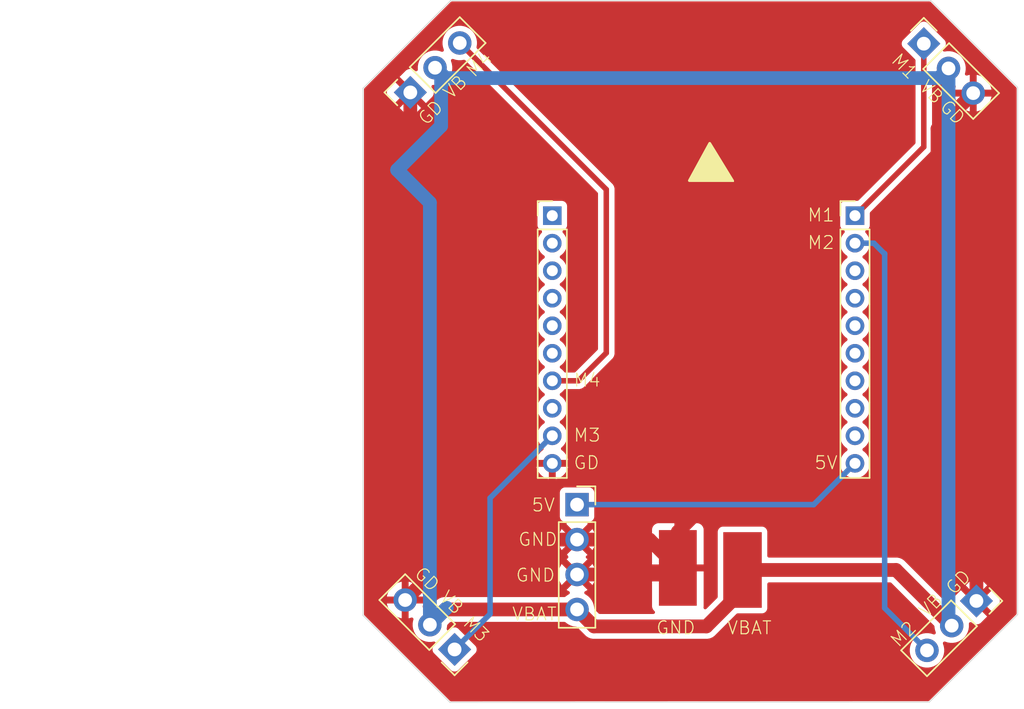
<source format=kicad_pcb>
(kicad_pcb (version 20241229) (generator "pcbnew") (generator_version "9.0")
  (layers (0 "F.Cu" signal) (2 "B.Cu" signal) (13 "F.Paste" user) (15 "B.Paste" user) (5 "F.SilkS" user "F.Silkscreen") (7 "B.SilkS" user "B.Silkscreen") (1 "F.Mask" user) (3 "B.Mask" user) (25 "Edge.Cuts" user))
  (net 0 "")
  (net 1 "/GND")
  (net 2 "/TX")
  (net 3 "/3V3")
  (net 4 "/SCL")
  (net 5 "/RX")
  (net 6 "/CS")
  (net 7 "/SDA")
  (net 9 "/MISO")
  (net 11 "/MOSI")
  (net 15 "/SCK")
  (net 16 "/VBAT")
  (net 17 "/M1")
  (net 18 "/M2")
  (net 19 "/M3")
  (net 20 "/M4")
  (net 21 "/5V")
  (footprint "Connector_PinSocket_2.54mm:PinSocket_1x03_P2.54mm_Vertical" (layer "F.Cu") (at 167 81 45)
    (property "Reference" "M1" (hide yes))
    (property "Value" "Conn_01x03_Socket" (hide yes))
    (fp_line (start 0 -1.33) (end 1.33 -1.33) (stroke (width 0.12)) (layer "F.SilkS"))
    (fp_line (start -1.33 1.270001) (end 1.33 1.270001) (stroke (width 0.12)) (layer "F.SilkS"))
    (fp_line (start -1.33 1.270001) (end -1.33 6.409999) (stroke (width 0.12)) (layer "F.SilkS"))
    (fp_line (start 1.33 -1.33) (end 1.33 0) (stroke (width 0.12)) (layer "F.SilkS"))
    (fp_line (start 1.33 1.270001) (end 1.33 6.409999) (stroke (width 0.12)) (layer "F.SilkS"))
    (fp_line (start -1.33 6.409999) (end 1.33 6.409999) (stroke (width 0.12)) (layer "F.SilkS"))
    (pad "1" thru_hole rect (at 0 0 45) (size 1.7 1.7) (drill 1) (layers "*.Cu" "*.Mask") (net 17 "/M1"))
    (pad "2" thru_hole circle (at 0 2.54 45) (size 1.7 1.7) (drill 1) (layers "*.Cu" "*.Mask") (net 16 "/VBAT"))
    (pad "3" thru_hole circle (at 0 5.079999 45) (size 1.7 1.7) (drill 1) (layers "*.Cu" "*.Mask") (net 1 "/GND"))
  )
  (footprint "Connector_Wire:SolderWirePad_1x01_SMD_5x10mm" (layer "F.Cu") (at 149 118.35)
    (property "Reference" "GND_PAD1" (hide yes))
    (property "Value" "Conn_01x01" (hide yes))
    (pad "1" smd rect (at 0.125 0.75) (size 2.75 5.5) (layers "F.Cu" "F.Mask" "F.Paste") (net 1 "/GND"))
  )
  (footprint "Connector_PinSocket_2.54mm:PinSocket_1x03_P2.54mm_Vertical" (layer "F.Cu") (at 170.825 121.5 -45)
    (property "Reference" "M2" (hide yes))
    (property "Value" "Conn_01x03_Socket" (hide yes))
    (fp_line (start -1.33 6.409999) (end 1.33 6.409999) (stroke (width 0.12)) (layer "F.SilkS"))
    (fp_line (start -1.33 1.270001) (end -1.33 6.409999) (stroke (width 0.12)) (layer "F.SilkS"))
    (fp_line (start -1.33 1.270001) (end 1.33 1.270001) (stroke (width 0.12)) (layer "F.SilkS"))
    (fp_line (start 1.33 1.270001) (end 1.33 6.409999) (stroke (width 0.12)) (layer "F.SilkS"))
    (fp_line (start 0 -1.33) (end 1.33 -1.33) (stroke (width 0.12)) (layer "F.SilkS"))
    (fp_line (start 1.33 -1.33) (end 1.33 0) (stroke (width 0.12)) (layer "F.SilkS"))
    (pad "1" thru_hole rect (at 0 0 315) (size 1.7 1.7) (drill 1) (layers "*.Cu" "*.Mask") (net 1 "/GND"))
    (pad "2" thru_hole circle (at 0 2.54 315) (size 1.7 1.7) (drill 1) (layers "*.Cu" "*.Mask") (net 16 "/VBAT"))
    (pad "3" thru_hole circle (at 0 5.079999 315) (size 1.7 1.7) (drill 1) (layers "*.Cu" "*.Mask") (net 18 "/M2"))
  )
  (footprint "Connector_Wire:SolderWirePad_1x01_SMD_5x10mm" (layer "F.Cu") (at 152.225 118)
    (property "Reference" "VB_PAD1" (hide yes))
    (property "Value" "Conn_01x01" (hide yes))
    (pad "1" smd rect (at 1.6 1.25) (size 2.8 5.5) (layers "F.Cu" "F.Mask" "F.Paste") (net 16 "/VBAT"))
  )
  (footprint "Connector_PinSocket_2.54mm:PinSocket_1x04_P2.54mm_Vertical" (layer "F.Cu") (at 141.8 114.5)
    (property "Reference" "J8" (hide yes))
    (property "Value" "Conn_01x04_Socket" (hide yes))
    (fp_line (start -1.33 1.27) (end -1.33 8.95) (stroke (width 0.12)) (layer "F.SilkS"))
    (fp_line (start -1.33 1.27) (end 1.33 1.27) (stroke (width 0.12)) (layer "F.SilkS"))
    (fp_line (start -1.33 8.95) (end 1.33 8.95) (stroke (width 0.12)) (layer "F.SilkS"))
    (fp_line (start 0 -1.33) (end 1.33 -1.33) (stroke (width 0.12)) (layer "F.SilkS"))
    (fp_line (start 1.33 -1.33) (end 1.33 0) (stroke (width 0.12)) (layer "F.SilkS"))
    (fp_line (start 1.33 1.27) (end 1.33 8.95) (stroke (width 0.12)) (layer "F.SilkS"))
    (pad "1" thru_hole rect (at 0 0) (size 1.7 1.7) (drill 1) (layers "*.Cu" "*.Mask") (net 21 "/5V"))
    (pad "2" thru_hole circle (at 0 2.54) (size 1.7 1.7) (drill 1) (layers "*.Cu" "*.Mask") (net 1 "/GND"))
    (pad "3" thru_hole circle (at 0 5.08) (size 1.7 1.7) (drill 1) (layers "*.Cu" "*.Mask") (net 1 "/GND"))
    (pad "4" thru_hole circle (at 0 7.62) (size 1.7 1.7) (drill 1) (layers "*.Cu" "*.Mask") (net 16 "/VBAT"))
  )
  (footprint "Connector_PinSocket_2.54mm:PinSocket_1x03_P2.54mm_Vertical" (layer "F.Cu") (at 129.682898 84.542102 135)
    (property "Reference" "M4" (hide yes))
    (property "Value" "Conn_01x03_Socket" (hide yes))
    (fp_line (start 1.33 -1.33) (end 1.33 0) (stroke (width 0.12)) (layer "F.SilkS"))
    (fp_line (start 0 -1.33) (end 1.33 -1.33) (stroke (width 0.12)) (layer "F.SilkS"))
    (fp_line (start 1.33 1.270001) (end 1.33 6.409999) (stroke (width 0.12)) (layer "F.SilkS"))
    (fp_line (start -1.33 1.270001) (end 1.33 1.270001) (stroke (width 0.12)) (layer "F.SilkS"))
    (fp_line (start -1.33 1.270001) (end -1.33 6.409999) (stroke (width 0.12)) (layer "F.SilkS"))
    (fp_line (start -1.33 6.409999) (end 1.33 6.409999) (stroke (width 0.12)) (layer "F.SilkS"))
    (pad "1" thru_hole rect (at 0 0 135) (size 1.7 1.7) (drill 1) (layers "*.Cu" "*.Mask") (net 1 "/GND"))
    (pad "2" thru_hole circle (at 0 2.54 135) (size 1.7 1.7) (drill 1) (layers "*.Cu" "*.Mask") (net 16 "/VBAT"))
    (pad "3" thru_hole circle (at 0 5.079999 135) (size 1.7 1.7) (drill 1) (layers "*.Cu" "*.Mask") (net 20 "/M4"))
  )
  (footprint "Connector_PinHeader_2.00mm:PinHeader_1x10_P2.00mm_Vertical" (layer "F.Cu") (at 140 93.5)
    (property "Reference" "J1" (hide yes))
    (property "Value" "Conn_01x10_Female" (hide yes))
    (fp_line (start -1.06 -1.06) (end 0 -1.06) (stroke (width 0.12)) (layer "F.SilkS"))
    (fp_line (start -1.06 0) (end -1.06 -1.06) (stroke (width 0.12)) (layer "F.SilkS"))
    (fp_line (start -1.06 1) (end -1.06 19.06) (stroke (width 0.12)) (layer "F.SilkS"))
    (fp_line (start -1.06 1) (end 1.06 1) (stroke (width 0.12)) (layer "F.SilkS"))
    (fp_line (start -1.06 19.06) (end 1.06 19.06) (stroke (width 0.12)) (layer "F.SilkS"))
    (fp_line (start 1.06 1) (end 1.06 19.06) (stroke (width 0.12)) (layer "F.SilkS"))
    (pad "1" thru_hole rect (at 0 0) (size 1.35 1.35) (drill 0.8) (layers "*.Cu" "*.Mask") (net 3 "/3V3"))
    (pad "2" thru_hole oval (at 0 2) (size 1.35 1.35) (drill 0.8) (layers "*.Cu" "*.Mask") (net 5 "/RX"))
    (pad "3" thru_hole oval (at 0 4) (size 1.35 1.35) (drill 0.8) (layers "*.Cu" "*.Mask") (net 2 "/TX"))
    (pad "4" thru_hole oval (at 0 6) (size 1.35 1.35) (drill 0.8) (layers "*.Cu" "*.Mask") (net 7 "/SDA"))
    (pad "5" thru_hole oval (at 0 8) (size 1.35 1.35) (drill 0.8) (layers "*.Cu" "*.Mask") (net 4 "/SCL"))
    (pad "6" thru_hole oval (at 0 10) (size 1.35 1.35) (drill 0.8) (layers "*.Cu" "*.Mask"))
    (pad "7" thru_hole oval (at 0 12) (size 1.35 1.35) (drill 0.8) (layers "*.Cu" "*.Mask") (net 20 "/M4"))
    (pad "8" thru_hole oval (at 0 14) (size 1.35 1.35) (drill 0.8) (layers "*.Cu" "*.Mask") (net 6 "/CS"))
    (pad "9" thru_hole oval (at 0 16) (size 1.35 1.35) (drill 0.8) (layers "*.Cu" "*.Mask") (net 19 "/M3"))
    (pad "10" thru_hole oval (at 0 18) (size 1.35 1.35) (drill 0.8) (layers "*.Cu" "*.Mask") (net 1 "/GND"))
  )
  (footprint "Connector_PinHeader_2.00mm:PinHeader_1x10_P2.00mm_Vertical" (layer "F.Cu") (at 162 93.5)
    (property "Reference" "J2" (hide yes))
    (property "Value" "Conn_01x10_Female" (hide yes))
    (fp_line (start -1.06 -1.06) (end 0 -1.06) (stroke (width 0.12)) (layer "F.SilkS"))
    (fp_line (start -1.06 0) (end -1.06 -1.06) (stroke (width 0.12)) (layer "F.SilkS"))
    (fp_line (start -1.06 1) (end -1.06 19.06) (stroke (width 0.12)) (layer "F.SilkS"))
    (fp_line (start -1.06 1) (end 1.06 1) (stroke (width 0.12)) (layer "F.SilkS"))
    (fp_line (start -1.06 19.06) (end 1.06 19.06) (stroke (width 0.12)) (layer "F.SilkS"))
    (fp_line (start 1.06 1) (end 1.06 19.06) (stroke (width 0.12)) (layer "F.SilkS"))
    (pad "1" thru_hole rect (at 0 0) (size 1.35 1.35) (drill 0.8) (layers "*.Cu" "*.Mask") (net 17 "/M1"))
    (pad "2" thru_hole oval (at 0 2) (size 1.35 1.35) (drill 0.8) (layers "*.Cu" "*.Mask") (net 18 "/M2"))
    (pad "3" thru_hole oval (at 0 4) (size 1.35 1.35) (drill 0.8) (layers "*.Cu" "*.Mask") (net 15 "/SCK"))
    (pad "4" thru_hole oval (at 0 6) (size 1.35 1.35) (drill 0.8) (layers "*.Cu" "*.Mask") (net 9 "/MISO"))
    (pad "5" thru_hole oval (at 0 8) (size 1.35 1.35) (drill 0.8) (layers "*.Cu" "*.Mask") (net 11 "/MOSI"))
    (pad "6" thru_hole oval (at 0 10) (size 1.35 1.35) (drill 0.8) (layers "*.Cu" "*.Mask"))
    (pad "7" thru_hole oval (at 0 12) (size 1.35 1.35) (drill 0.8) (layers "*.Cu" "*.Mask"))
    (pad "8" thru_hole oval (at 0 14) (size 1.35 1.35) (drill 0.8) (layers "*.Cu" "*.Mask"))
    (pad "9" thru_hole oval (at 0 16) (size 1.35 1.35) (drill 0.8) (layers "*.Cu" "*.Mask"))
    (pad "10" thru_hole oval (at 0 18) (size 1.35 1.35) (drill 0.8) (layers "*.Cu" "*.Mask") (net 21 "/5V"))
  )
  (footprint "Connector_PinSocket_2.54mm:PinSocket_1x03_P2.54mm_Vertical" (layer "F.Cu") (at 132.9 125.025 -135)
    (property "Reference" "M3" (hide yes))
    (property "Value" "Conn_01x03_Socket" (hide yes))
    (fp_line (start -1.33 6.409999) (end 1.33 6.409999) (stroke (width 0.12)) (layer "F.SilkS"))
    (fp_line (start 1.33 1.270001) (end 1.33 6.409999) (stroke (width 0.12)) (layer "F.SilkS"))
    (fp_line (start 1.33 -1.33) (end 1.33 0) (stroke (width 0.12)) (layer "F.SilkS"))
    (fp_line (start -1.33 1.270001) (end -1.33 6.409999) (stroke (width 0.12)) (layer "F.SilkS"))
    (fp_line (start -1.33 1.270001) (end 1.33 1.270001) (stroke (width 0.12)) (layer "F.SilkS"))
    (fp_line (start 0 -1.33) (end 1.33 -1.33) (stroke (width 0.12)) (layer "F.SilkS"))
    (pad "1" thru_hole rect (at 0 0 225) (size 1.7 1.7) (drill 1) (layers "*.Cu" "*.Mask") (net 19 "/M3"))
    (pad "2" thru_hole circle (at 0 2.54 225) (size 1.7 1.7) (drill 1) (layers "*.Cu" "*.Mask") (net 16 "/VBAT"))
    (pad "3" thru_hole circle (at 0 5.079999 225) (size 1.7 1.7) (drill 1) (layers "*.Cu" "*.Mask") (net 1 "/GND"))
  )
  (gr_poly (pts (xy 151.442017 88.242567) (xy 149.963456 90.95) (xy 153.1 90.95)) (stroke (width 0.2)) (fill yes) (layer "F.SilkS"))
  (gr_line (start 173.825 122.4875) (end 167.4 128.8625) (stroke (width 0.05)) (layer "Edge.Cuts"))
  (gr_line (start 173.825 84.175) (end 173.825 122.4875) (stroke (width 0.05)) (layer "Edge.Cuts"))
  (gr_line (start 167.4 128.8625) (end 132.5625 128.875) (stroke (width 0.05)) (layer "Edge.Cuts"))
  (gr_line (start 167.5 77.85) (end 173.825 84.175) (stroke (width 0.05)) (layer "Edge.Cuts"))
  (gr_line (start 126.2375 84.2375) (end 126.2375 122.55) (stroke (width 0.05)) (layer "Edge.Cuts"))
  (gr_line (start 132.625 77.85) (end 126.2375 84.2375) (stroke (width 0.05)) (layer "Edge.Cuts"))
  (gr_line (start 126.2375 122.55) (end 132.5625 128.875) (stroke (width 0.05)) (layer "Edge.Cuts"))
  (gr_line (start 167.5 77.85) (end 132.625 77.85) (stroke (width 0.05)) (layer "Edge.Cuts"))
  (gr_text "" (at 99.861386 109.494652 0) (layer "F.Cu") (effects (font (size 0.93472 0.93472) (thickness 0.08128)) (justify left bottom)))
  (gr_text "VB" (at 132.675 85.175 45) (layer "F.SilkS") (effects (font (size 0.93472 0.93472) (thickness 0.08128)) (justify left bottom)))
  (gr_text "GD" (at 129.8 119.6 315) (layer "F.SilkS") (effects (font (size 0.93472 0.93472) (thickness 0.08128)) (justify left bottom)))
  (gr_text "5V" (at 138.45 115.075 0) (layer "F.SilkS") (effects (font (size 0.93472 0.93472) (thickness 0.08128)) (justify left bottom)))
  (gr_text "GD" (at 130.85 87.1 45) (layer "F.SilkS") (effects (font (size 0.93472 0.93472) (thickness 0.08128)) (justify left bottom)))
  (gr_text "VB" (at 131.65 121.35 315) (layer "F.SilkS") (effects (font (size 0.93472 0.93472) (thickness 0.08128)) (justify left bottom)))
  (gr_text "5V" (at 159 112 0) (layer "F.SilkS") (effects (font (size 0.93472 0.93472) (thickness 0.08128)) (justify left bottom)))
  (gr_text "M2" (at 165.175 125.025 45) (layer "F.SilkS") (effects (font (size 0.93472 0.93472) (thickness 0.08128)) (justify left bottom)))
  (gr_text "VBAT" (at 137.025 123 0) (layer "F.SilkS") (effects (font (size 0.93472 0.93472) (thickness 0.08128)) (justify left bottom)))
  (gr_text "M1" (at 164.475 82.3 315) (layer "F.SilkS") (effects (font (size 0.93472 0.93472) (thickness 0.08128)) (justify left bottom)))
  (gr_text "GD" (at 169.2 121.225 45) (layer "F.SilkS") (effects (font (size 0.93472 0.93472) (thickness 0.08128)) (justify left bottom)))
  (gr_text "GND" (at 137.3 120.175 0) (layer "F.SilkS") (effects (font (size 0.93472 0.93472) (thickness 0.08128)) (justify left bottom)))
  (gr_text "GD" (at 168 85.675 315) (layer "F.SilkS") (effects (font (size 0.93472 0.93472) (thickness 0.08128)) (justify left bottom)))
  (gr_text "M2" (at 158.5 96 0) (layer "F.SilkS") (effects (font (size 0.93472 0.93472) (thickness 0.08128)) (justify left bottom)))
  (gr_text "M4" (at 141.5 106 0) (layer "F.SilkS") (effects (font (size 0.93472 0.93472) (thickness 0.08128)) (justify left bottom)))
  (gr_text "VBAT" (at 152.65 124 0) (layer "F.SilkS") (effects (font (size 0.93472 0.93472) (thickness 0.08128)) (justify left bottom)))
  (gr_text "M3" (at 133.35 123.2 315) (layer "F.SilkS") (effects (font (size 0.93472 0.93472) (thickness 0.08128)) (justify left bottom)))
  (gr_text "M3" (at 141.5 110 0) (layer "F.SilkS") (effects (font (size 0.93472 0.93472) (thickness 0.08128)) (justify left bottom)))
  (gr_text "GND" (at 137.475 117.575 0) (layer "F.SilkS") (effects (font (size 0.93472 0.93472) (thickness 0.08128)) (justify left bottom)))
  (gr_text "M4" (at 134.35 83.6 45) (layer "F.SilkS") (effects (font (size 0.93472 0.93472) (thickness 0.08128)) (justify left bottom)))
  (gr_text "VB" (at 167.25 122.85 45) (layer "F.SilkS") (effects (font (size 0.93472 0.93472) (thickness 0.08128)) (justify left bottom)))
  (gr_text "M1" (at 158.5 94 0) (layer "F.SilkS") (effects (font (size 0.93472 0.93472) (thickness 0.08128)) (justify left bottom)))
  (gr_text "GD" (at 141.5 112 0) (layer "F.SilkS") (effects (font (size 0.93472 0.93472) (thickness 0.08128)) (justify left bottom)))
  (gr_text "VB" (at 166.525 84.25 315) (layer "F.SilkS") (effects (font (size 0.93472 0.93472) (thickness 0.08128)) (justify left bottom)))
  (gr_text "GND" (at 147.5 124 0) (layer "F.SilkS") (effects (font (size 0.93472 0.93472) (thickness 0.08128)) (justify left bottom)))
  (segment (start 141.8 117.04) (end 147.065 117.04) (width 1) (layer "F.Cu") (net 1))
  (segment (start 129.307898 121.432898) (end 133.700796 117.04) (width 1) (layer "F.Cu") (net 1))
  (segment (start 168 91.85) (end 168 115.275) (width 1) (layer "F.Cu") (net 1))
  (segment (start 129.682898 84.542102) (end 129.682898 109.097898) (width 1) (layer "F.Cu") (net 1))
  (segment (start 168 87.184204) (end 168 91.85) (width 1) (layer "F.Cu") (net 1))
  (segment (start 170.825 120.292374) (end 170.825 121.5) (width 0.2) (layer "F.Cu") (net 1))
  (segment (start 129.5 84.725) (end 129.682898 84.542102) (width 0.2) (layer "F.Cu") (net 1))
  (segment (start 133.700796 117.04) (end 137.625 117.04) (width 1) (layer "F.Cu") (net 1))
  (segment (start 148.645 119.58) (end 149.125 119.1) (width 0.2) (layer "F.Cu") (net 1))
  (segment (start 170.825 118.1) (end 170.825 121.5) (width 1) (layer "F.Cu") (net 1))
  (segment (start 170.592102 84.592102) (end 168 87.184204) (width 1) (layer "F.Cu") (net 1))
  (segment (start 149.125 116.475) (end 152.275 113.325) (width 1) (layer "F.Cu") (net 1))
  (segment (start 149.125 119.1) (end 149.125 117.725) (width 1) (layer "F.Cu") (net 1))
  (segment (start 166.05 113.325) (end 168 115.275) (width 1) (layer "F.Cu") (net 1))
  (segment (start 149.125 119.1) (end 149.125 116.475) (width 1) (layer "F.Cu") (net 1))
  (segment (start 129.682898 109.097898) (end 137.625 117.04) (width 1) (layer "F.Cu") (net 1))
  (segment (start 141.8 119.58) (end 148.645 119.58) (width 1) (layer "F.Cu") (net 1))
  (segment (start 152.275 113.325) (end 164.75 113.325) (width 1) (layer "F.Cu") (net 1))
  (segment (start 147.065 117.04) (end 149.125 119.1) (width 1) (layer "F.Cu") (net 1))
  (segment (start 168 115.275) (end 170.825 118.1) (width 1) (layer "F.Cu") (net 1))
  (segment (start 164.75 113.325) (end 166.05 113.325) (width 1) (layer "F.Cu") (net 1))
  (segment (start 137.625 117.04) (end 141.8 117.04) (width 1) (layer "F.Cu") (net 1))
  (segment (start 164.982898 119.25) (end 169.028949 123.296051) (width 1) (layer "F.Cu") (net 16))
  (segment (start 132.212898 122.12) (end 141.8 122.12) (width 1) (layer "F.Cu") (net 16))
  (segment (start 131.103949 123.228949) (end 132.212898 122.12) (width 1) (layer "F.Cu") (net 16))
  (segment (start 151.2 123.35) (end 153.825 120.725) (width 1) (layer "F.Cu") (net 16))
  (segment (start 151.2 123.35) (end 143.03 123.35) (width 1) (layer "F.Cu") (net 16))
  (segment (start 143.03 123.35) (end 141.8 122.12) (width 1) (layer "F.Cu") (net 16))
  (segment (start 153.825 119.25) (end 164.982898 119.25) (width 1) (layer "F.Cu") (net 16))
  (segment (start 153.825 120.725) (end 153.825 119.25) (width 0.2) (layer "F.Cu") (net 16))
  (segment (start 131.9216 86.9784) (end 128.725 90.175) (width 1) (layer "B.Cu") (net 16))
  (segment (start 131.478949 82.746051) (end 132.232898 83.5) (width 1) (layer "B.Cu") (net 16))
  (segment (start 131.103949 92.553949) (end 131.103949 123.228949) (width 1) (layer "B.Cu") (net 16))
  (segment (start 131.9216 122.411298) (end 131.103949 123.228949) (width 1) (layer "B.Cu") (net 16))
  (segment (start 128.725 90.175) (end 131.103949 92.553949) (width 1) (layer "B.Cu") (net 16))
  (segment (start 168.092102 83.5) (end 168.796051 82.796051) (width 1) (layer "B.Cu") (net 16))
  (segment (start 168.796051 123.063153) (end 169.028949 123.296051) (width 1) (layer "B.Cu") (net 16))
  (segment (start 168.796051 82.796051) (end 168.796051 123.063153) (width 1) (layer "B.Cu") (net 16))
  (segment (start 131.9216 83.188702) (end 131.9216 86.9784) (width 1) (layer "B.Cu") (net 16))
  (segment (start 132.232898 83.5) (end 168.092102 83.5) (width 1) (layer "B.Cu") (net 16))
  (segment (start 131.478949 82.746051) (end 132.328949 83.596051) (width 1) (layer "B.Cu") (net 16))
  (segment (start 131.478949 82.746051) (end 131.9216 83.188702) (width 1) (layer "B.Cu") (net 16))
  (segment (start 132.328949 122.003949) (end 131.103949 123.228949) (width 1) (layer "B.Cu") (net 16))
  (segment (start 167 88.5) (end 162 93.5) (width 0.4) (layer "F.Cu") (net 17))
  (segment (start 167 81) (end 167 88.5) (width 0.4) (layer "F.Cu") (net 17))
  (segment (start 162 95.5) (end 163.371331 95.5) (width 0.4) (layer "B.Cu") (net 18))
  (segment (start 164.155751 96.28442) (end 164.155751 122.014955) (width 0.4) (layer "B.Cu") (net 18))
  (segment (start 164.155751 122.014955) (end 167.232898 125.092102) (width 0.4) (layer "B.Cu") (net 18))
  (segment (start 163.371331 95.5) (end 164.155751 96.28442) (width 0.4) (layer "B.Cu") (net 18))
  (segment (start 164.155751 96.250328) (end 164.155751 96.28442) (width 0.4) (layer "B.Cu") (net 18))
  (segment (start 135.478362 114.021638) (end 135.478362 122.446638) (width 0.4) (layer "B.Cu") (net 19))
  (segment (start 135.478362 122.446638) (end 132.9 125.025) (width 0.4) (layer "B.Cu") (net 19))
  (segment (start 140 109.5) (end 135.478362 114.021638) (width 0.4) (layer "B.Cu") (net 19))
  (segment (start 133.275 80.95) (end 143.925 91.6) (width 0.4) (layer "F.Cu") (net 20))
  (segment (start 141.9 105.5) (end 140 105.5) (width 0.4) (layer "F.Cu") (net 20))
  (segment (start 143.925 91.6) (end 143.925 103.475) (width 0.4) (layer "F.Cu") (net 20))
  (segment (start 143.925 103.475) (end 141.9 105.5) (width 0.4) (layer "F.Cu") (net 20))
  (segment (start 159 114.5) (end 162 111.5) (width 0.4) (layer "B.Cu") (net 21))
  (segment (start 141.8 114.5) (end 159 114.5) (width 0.4) (layer "B.Cu") (net 21))
  (zone (net 1) (net_name "/GND") (layer "F.Cu") (connect_pads (clearance 0.4)) (min_thickness 0.25) (fill yes (thermal_gap 0.5) (thermal_bridge_width 0.5))
    (polygon (pts (xy 132.55 77.825) (xy 167.875 77.925) (xy 174.3 84.45) (xy 174.025 122.95) (xy 167.475 129.375) (xy 132.35 129.275) (xy 125.925 122.25) (xy 126.125 83.775)))
  )
)
</source>
